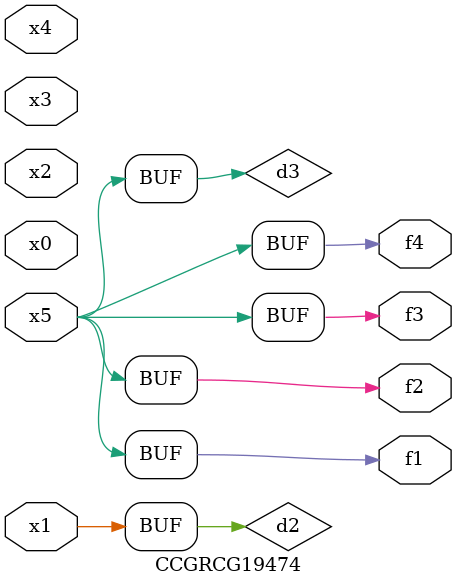
<source format=v>
module CCGRCG19474(
	input x0, x1, x2, x3, x4, x5,
	output f1, f2, f3, f4
);

	wire d1, d2, d3;

	not (d1, x5);
	or (d2, x1);
	xnor (d3, d1);
	assign f1 = d3;
	assign f2 = d3;
	assign f3 = d3;
	assign f4 = d3;
endmodule

</source>
